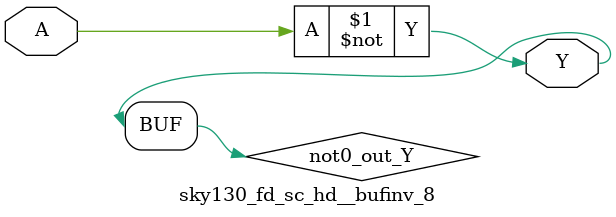
<source format=v>
/*
 * Copyright 2020 The SkyWater PDK Authors
 *
 * Licensed under the Apache License, Version 2.0 (the "License");
 * you may not use this file except in compliance with the License.
 * You may obtain a copy of the License at
 *
 *     https://www.apache.org/licenses/LICENSE-2.0
 *
 * Unless required by applicable law or agreed to in writing, software
 * distributed under the License is distributed on an "AS IS" BASIS,
 * WITHOUT WARRANTIES OR CONDITIONS OF ANY KIND, either express or implied.
 * See the License for the specific language governing permissions and
 * limitations under the License.
 *
 * SPDX-License-Identifier: Apache-2.0
*/


`ifndef SKY130_FD_SC_HD__BUFINV_8_FUNCTIONAL_V
`define SKY130_FD_SC_HD__BUFINV_8_FUNCTIONAL_V

/**
 * bufinv: Buffer followed by inverter.
 *
 * Verilog simulation functional model.
 */

`timescale 1ns / 1ps
`default_nettype none

`celldefine
module sky130_fd_sc_hd__bufinv_8 (
    Y,
    A
);

    // Module ports
    output Y;
    input  A;

    // Local signals
    wire not0_out_Y;

    //  Name  Output      Other arguments
    not not0 (not0_out_Y, A              );
    buf buf0 (Y         , not0_out_Y     );

endmodule
`endcelldefine

`default_nettype wire
`endif  // SKY130_FD_SC_HD__BUFINV_8_FUNCTIONAL_V

</source>
